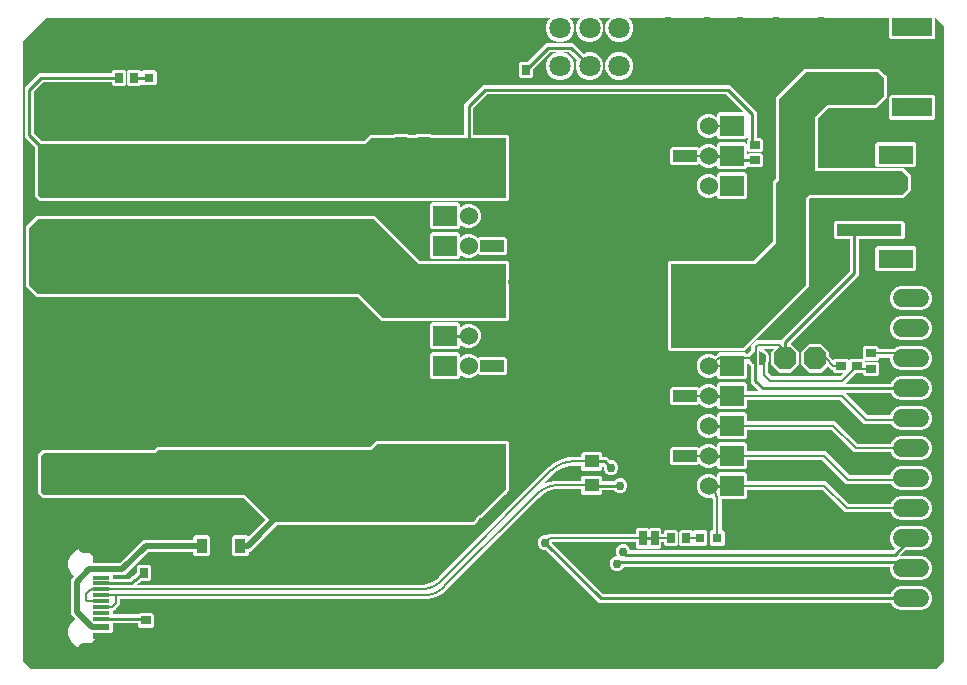
<source format=gbr>
G04 EAGLE Gerber RS-274X export*
G75*
%MOMM*%
%FSLAX34Y34*%
%LPD*%
%INTop Copper*%
%IPPOS*%
%AMOC8*
5,1,8,0,0,1.08239X$1,22.5*%
G01*
%ADD10C,2.184400*%
%ADD11R,2.500000X4.000000*%
%ADD12R,1.000000X1.100000*%
%ADD13R,1.400000X2.200000*%
%ADD14P,2.089446X8X22.500000*%
%ADD15P,2.089446X8X202.500000*%
%ADD16C,1.800000*%
%ADD17R,0.700000X0.850000*%
%ADD18R,0.635000X1.270000*%
%ADD19C,0.254000*%
%ADD20R,0.800000X0.800000*%
%ADD21C,1.524000*%
%ADD22R,2.000000X1.800000*%
%ADD23R,2.000000X1.000000*%
%ADD24C,1.524000*%
%ADD25R,2.330000X1.370000*%
%ADD26R,1.300000X1.100000*%
%ADD27R,1.100000X1.000000*%
%ADD28R,0.850000X0.700000*%
%ADD29R,1.450000X0.300000*%
%ADD30R,1.450000X0.600000*%
%ADD31R,1.450000X0.550000*%
%ADD32C,1.000000*%
%ADD33R,5.500000X1.000000*%
%ADD34R,3.000000X1.600000*%
%ADD35R,4.600000X1.000000*%
%ADD36R,3.400000X1.600000*%
%ADD37R,0.200000X0.500000*%
%ADD38P,2.089446X8X292.500000*%
%ADD39R,0.910000X1.220000*%
%ADD40C,0.200000*%
%ADD41C,0.756400*%
%ADD42C,0.508000*%
%ADD43C,0.152400*%

G36*
X783193Y10157D02*
X783193Y10157D01*
X783195Y10157D01*
X789943Y16905D01*
X789943Y16907D01*
X789944Y16907D01*
X789945Y16909D01*
X789945Y554591D01*
X789943Y554593D01*
X789943Y554595D01*
X783195Y561343D01*
X783193Y561343D01*
X783193Y561344D01*
X783191Y561345D01*
X782570Y561345D01*
X782565Y561340D01*
X782566Y561340D01*
X782565Y561340D01*
X782565Y544380D01*
X781080Y542895D01*
X744980Y542895D01*
X743495Y544380D01*
X743495Y561340D01*
X743490Y561345D01*
X743490Y561344D01*
X743490Y561345D01*
X522250Y561345D01*
X522249Y561344D01*
X522247Y561344D01*
X522247Y561342D01*
X522245Y561340D01*
X522247Y561339D01*
X522247Y561336D01*
X524599Y558984D01*
X526355Y554744D01*
X526355Y550156D01*
X524599Y545916D01*
X521354Y542671D01*
X517115Y540915D01*
X512525Y540915D01*
X508286Y542671D01*
X505041Y545916D01*
X503285Y550155D01*
X503285Y554745D01*
X505041Y558984D01*
X507393Y561336D01*
X507393Y561338D01*
X507395Y561339D01*
X507393Y561341D01*
X507394Y561343D01*
X507391Y561343D01*
X507390Y561345D01*
X497250Y561345D01*
X497249Y561344D01*
X497247Y561344D01*
X497247Y561342D01*
X497245Y561340D01*
X497247Y561339D01*
X497247Y561336D01*
X499599Y558984D01*
X501355Y554744D01*
X501355Y550156D01*
X499599Y545916D01*
X496354Y542671D01*
X492115Y540915D01*
X487525Y540915D01*
X483286Y542671D01*
X480041Y545916D01*
X478285Y550155D01*
X478285Y554745D01*
X480041Y558984D01*
X482393Y561336D01*
X482393Y561338D01*
X482395Y561339D01*
X482393Y561341D01*
X482394Y561343D01*
X482391Y561343D01*
X482390Y561345D01*
X472250Y561345D01*
X472249Y561344D01*
X472247Y561344D01*
X472247Y561342D01*
X472245Y561340D01*
X472247Y561339D01*
X472247Y561336D01*
X474599Y558984D01*
X476355Y554744D01*
X476355Y550156D01*
X474599Y545916D01*
X471354Y542671D01*
X467115Y540915D01*
X462525Y540915D01*
X458286Y542671D01*
X455041Y545916D01*
X453285Y550155D01*
X453285Y554745D01*
X455041Y558984D01*
X457393Y561336D01*
X457393Y561338D01*
X457395Y561339D01*
X457393Y561341D01*
X457394Y561343D01*
X457391Y561343D01*
X457390Y561345D01*
X29609Y561345D01*
X29607Y561343D01*
X29605Y561343D01*
X10157Y541895D01*
X10156Y541893D01*
X10155Y541892D01*
X10155Y541891D01*
X10155Y16909D01*
X10157Y16907D01*
X10157Y16905D01*
X16905Y10157D01*
X16907Y10156D01*
X16909Y10155D01*
X783191Y10155D01*
X783193Y10157D01*
G37*
%LPC*%
G36*
X313857Y304678D02*
X313857Y304678D01*
X293539Y324996D01*
X293536Y324997D01*
X293535Y324998D01*
X21757Y324998D01*
X12578Y334177D01*
X12578Y384643D01*
X20196Y392261D01*
X21757Y393822D01*
X308443Y393822D01*
X346541Y355724D01*
X346544Y355723D01*
X346545Y355722D01*
X420203Y355722D01*
X421762Y354163D01*
X421762Y306237D01*
X420203Y304678D01*
X313857Y304678D01*
G37*
%LPD*%
%LPC*%
G36*
X246800Y406095D02*
X246800Y406095D01*
X246618Y406276D01*
X246616Y406277D01*
X246615Y406278D01*
X24297Y406278D01*
X20198Y410377D01*
X20198Y451939D01*
X20196Y451941D01*
X20196Y451942D01*
X11435Y460704D01*
X11435Y501956D01*
X23824Y514345D01*
X85250Y514345D01*
X85255Y514350D01*
X85254Y514350D01*
X85255Y514350D01*
X85255Y515840D01*
X86740Y517325D01*
X95840Y517325D01*
X97325Y515840D01*
X97325Y505240D01*
X95840Y503755D01*
X86740Y503755D01*
X85255Y505240D01*
X85255Y506730D01*
X85250Y506735D01*
X85250Y506734D01*
X85250Y506735D01*
X26978Y506735D01*
X26976Y506733D01*
X26975Y506733D01*
X19047Y498805D01*
X19047Y498804D01*
X19045Y498803D01*
X19046Y498802D01*
X19045Y498802D01*
X19045Y463858D01*
X19047Y463856D01*
X19047Y463855D01*
X25578Y457324D01*
X25580Y457323D01*
X25581Y457323D01*
X25581Y457322D01*
X298615Y457322D01*
X298617Y457324D01*
X298619Y457324D01*
X303697Y462402D01*
X323465Y462402D01*
X323467Y462404D01*
X323468Y462404D01*
X324150Y463085D01*
X336250Y463085D01*
X336932Y462404D01*
X336934Y462403D01*
X336935Y462402D01*
X342515Y462402D01*
X342517Y462404D01*
X342518Y462404D01*
X343200Y463085D01*
X355300Y463085D01*
X355982Y462404D01*
X355984Y462403D01*
X355985Y462402D01*
X383540Y462402D01*
X383545Y462407D01*
X383544Y462407D01*
X383545Y462407D01*
X383545Y487986D01*
X399744Y504185D01*
X608636Y504185D01*
X631185Y481636D01*
X631185Y459580D01*
X631190Y459575D01*
X631190Y459576D01*
X631190Y459575D01*
X635220Y459575D01*
X636705Y458090D01*
X636705Y448990D01*
X635220Y447505D01*
X624620Y447505D01*
X623135Y448990D01*
X623135Y458090D01*
X623573Y458529D01*
X623574Y458531D01*
X623575Y458532D01*
X623575Y478482D01*
X623573Y478484D01*
X623573Y478485D01*
X623094Y478965D01*
X623092Y478965D01*
X623091Y478966D01*
X623089Y478965D01*
X623087Y478965D01*
X623087Y478963D01*
X623085Y478961D01*
X623085Y459850D01*
X621600Y458365D01*
X599500Y458365D01*
X598015Y459850D01*
X598015Y462991D01*
X598014Y462992D01*
X598014Y462994D01*
X598012Y462994D01*
X598010Y462996D01*
X598009Y462995D01*
X598006Y462995D01*
X596302Y461291D01*
X592570Y459745D01*
X588530Y459745D01*
X584798Y461291D01*
X581941Y464148D01*
X580395Y467880D01*
X580395Y471920D01*
X581941Y475652D01*
X584798Y478509D01*
X588530Y480055D01*
X592570Y480055D01*
X596302Y478509D01*
X598006Y476805D01*
X598008Y476805D01*
X598009Y476804D01*
X598011Y476805D01*
X598013Y476805D01*
X598013Y476807D01*
X598015Y476809D01*
X598015Y479950D01*
X599500Y481435D01*
X620611Y481435D01*
X620613Y481436D01*
X620615Y481436D01*
X620615Y481438D01*
X620616Y481440D01*
X620615Y481441D01*
X620615Y481444D01*
X605485Y496573D01*
X605483Y496574D01*
X605482Y496575D01*
X402898Y496575D01*
X402896Y496573D01*
X402895Y496573D01*
X391157Y484835D01*
X391156Y484833D01*
X391155Y484832D01*
X391155Y462407D01*
X391160Y462402D01*
X391160Y462403D01*
X391160Y462402D01*
X420203Y462402D01*
X421762Y460843D01*
X421762Y407837D01*
X420203Y406278D01*
X274085Y406278D01*
X274083Y406276D01*
X274082Y406276D01*
X273900Y406095D01*
X246800Y406095D01*
G37*
%LPD*%
G36*
X419102Y307215D02*
X419102Y307215D01*
X419104Y307214D01*
X419147Y307234D01*
X419191Y307252D01*
X419191Y307254D01*
X419193Y307255D01*
X419226Y307340D01*
X419226Y335217D01*
X419225Y335220D01*
X419226Y335223D01*
X419189Y335306D01*
X418873Y335622D01*
X418873Y340018D01*
X419189Y340334D01*
X419191Y340337D01*
X419193Y340338D01*
X419226Y340423D01*
X419226Y353060D01*
X419225Y353062D01*
X419226Y353064D01*
X419206Y353107D01*
X419188Y353151D01*
X419186Y353151D01*
X419185Y353153D01*
X419100Y353186D01*
X345492Y353186D01*
X307429Y391249D01*
X307426Y391251D01*
X307425Y391253D01*
X307340Y391286D01*
X22860Y391286D01*
X22857Y391285D01*
X22854Y391286D01*
X22771Y391249D01*
X15151Y383629D01*
X15150Y383626D01*
X15147Y383625D01*
X15114Y383540D01*
X15114Y335280D01*
X15115Y335277D01*
X15114Y335274D01*
X15151Y335191D01*
X22771Y327571D01*
X22774Y327570D01*
X22775Y327567D01*
X22860Y327534D01*
X294588Y327534D01*
X314871Y307251D01*
X314874Y307250D01*
X314875Y307247D01*
X314960Y307214D01*
X419100Y307214D01*
X419102Y307215D01*
G37*
%LPC*%
G36*
X188575Y105665D02*
X188575Y105665D01*
X187090Y107150D01*
X187090Y121450D01*
X188575Y122935D01*
X199775Y122935D01*
X200943Y121767D01*
X200950Y121767D01*
X215505Y136323D01*
X215505Y136325D01*
X215506Y136326D01*
X215506Y136327D01*
X215506Y136329D01*
X215505Y136329D01*
X215505Y136330D01*
X197019Y154816D01*
X197016Y154817D01*
X197015Y154818D01*
X26837Y154818D01*
X22738Y158917D01*
X22738Y191603D01*
X25276Y194141D01*
X26837Y195702D01*
X120815Y195702D01*
X120817Y195704D01*
X120819Y195704D01*
X123357Y198242D01*
X303695Y198242D01*
X303697Y198244D01*
X303699Y198244D01*
X308777Y203322D01*
X420203Y203322D01*
X421762Y201763D01*
X421762Y161457D01*
X419887Y159582D01*
X419886Y159579D01*
X419885Y159578D01*
X419885Y159050D01*
X418400Y157565D01*
X417872Y157565D01*
X417870Y157563D01*
X417868Y157563D01*
X392263Y131958D01*
X225497Y131958D01*
X225495Y131956D01*
X225494Y131956D01*
X202762Y109225D01*
X201265Y109225D01*
X201260Y109220D01*
X201261Y109220D01*
X201260Y109220D01*
X201260Y107150D01*
X199775Y105665D01*
X188575Y105665D01*
G37*
%LPD*%
G36*
X391163Y134495D02*
X391163Y134495D01*
X391166Y134494D01*
X391249Y134531D01*
X393436Y136718D01*
X393438Y136721D01*
X393440Y136722D01*
X393473Y136807D01*
X393473Y136818D01*
X396582Y139927D01*
X396593Y139927D01*
X396596Y139928D01*
X396599Y139927D01*
X396682Y139964D01*
X419189Y162471D01*
X419191Y162474D01*
X419193Y162475D01*
X419226Y162560D01*
X419226Y200660D01*
X419225Y200662D01*
X419226Y200664D01*
X419206Y200707D01*
X419188Y200751D01*
X419186Y200751D01*
X419185Y200753D01*
X419100Y200786D01*
X309880Y200786D01*
X309877Y200785D01*
X309874Y200786D01*
X309791Y200749D01*
X304748Y195706D01*
X124460Y195706D01*
X124457Y195705D01*
X124454Y195706D01*
X124371Y195669D01*
X121868Y193166D01*
X27940Y193166D01*
X27937Y193165D01*
X27934Y193166D01*
X27851Y193129D01*
X25311Y190589D01*
X25310Y190586D01*
X25307Y190585D01*
X25274Y190500D01*
X25274Y160020D01*
X25275Y160017D01*
X25274Y160014D01*
X25311Y159931D01*
X27851Y157391D01*
X27854Y157390D01*
X27855Y157387D01*
X27940Y157354D01*
X198068Y157354D01*
X220891Y134531D01*
X220894Y134530D01*
X220895Y134527D01*
X220980Y134494D01*
X391160Y134494D01*
X391163Y134495D01*
G37*
G36*
X419102Y408815D02*
X419102Y408815D01*
X419104Y408814D01*
X419147Y408834D01*
X419191Y408852D01*
X419191Y408854D01*
X419193Y408855D01*
X419226Y408940D01*
X419226Y459740D01*
X419225Y459742D01*
X419226Y459744D01*
X419206Y459787D01*
X419188Y459831D01*
X419186Y459831D01*
X419185Y459833D01*
X419100Y459866D01*
X304800Y459866D01*
X304797Y459865D01*
X304794Y459866D01*
X304711Y459829D01*
X299668Y454786D01*
X25400Y454786D01*
X25397Y454785D01*
X25394Y454786D01*
X25311Y454749D01*
X22771Y452209D01*
X22770Y452206D01*
X22767Y452205D01*
X22734Y452120D01*
X22734Y411480D01*
X22735Y411477D01*
X22734Y411474D01*
X22771Y411391D01*
X25311Y408851D01*
X25314Y408850D01*
X25315Y408847D01*
X25400Y408814D01*
X419100Y408814D01*
X419102Y408815D01*
G37*
%LPC*%
G36*
X557697Y279278D02*
X557697Y279278D01*
X556138Y280837D01*
X556138Y354163D01*
X557697Y355722D01*
X628815Y355722D01*
X628817Y355724D01*
X628819Y355724D01*
X645036Y371941D01*
X645036Y371943D01*
X645038Y371944D01*
X645037Y371944D01*
X645038Y371945D01*
X645038Y380699D01*
X645249Y380911D01*
X645251Y380914D01*
X645253Y380915D01*
X645286Y381000D01*
X645286Y422991D01*
X647576Y425281D01*
X647576Y425283D01*
X647577Y425284D01*
X647578Y425285D01*
X647578Y493863D01*
X671997Y518282D01*
X735163Y518282D01*
X740241Y513204D01*
X741802Y511643D01*
X741802Y494197D01*
X732623Y485018D01*
X691985Y485018D01*
X691983Y485016D01*
X691981Y485016D01*
X683384Y476419D01*
X683383Y476416D01*
X683382Y476415D01*
X683382Y434467D01*
X683387Y434462D01*
X683387Y434463D01*
X683387Y434462D01*
X755483Y434462D01*
X762122Y427823D01*
X762122Y415457D01*
X755483Y408818D01*
X676745Y408818D01*
X676743Y408816D01*
X676741Y408816D01*
X675764Y407839D01*
X675763Y407836D01*
X675762Y407835D01*
X675762Y334177D01*
X620863Y279278D01*
X557697Y279278D01*
G37*
%LPD*%
G36*
X619763Y281815D02*
X619763Y281815D01*
X619766Y281814D01*
X619849Y281851D01*
X673189Y335191D01*
X673191Y335194D01*
X673193Y335195D01*
X673226Y335280D01*
X673226Y408888D01*
X675692Y411354D01*
X754380Y411354D01*
X754383Y411355D01*
X754386Y411354D01*
X754469Y411391D01*
X759549Y416471D01*
X759551Y416474D01*
X759553Y416475D01*
X759586Y416560D01*
X759586Y426720D01*
X759585Y426723D01*
X759586Y426726D01*
X759549Y426809D01*
X754469Y431889D01*
X754467Y431890D01*
X754466Y431892D01*
X754465Y431893D01*
X754380Y431926D01*
X680846Y431926D01*
X680846Y477468D01*
X690932Y487554D01*
X731520Y487554D01*
X731523Y487555D01*
X731526Y487554D01*
X731609Y487591D01*
X739229Y495211D01*
X739231Y495214D01*
X739233Y495215D01*
X739266Y495300D01*
X739266Y510540D01*
X739265Y510543D01*
X739266Y510546D01*
X739229Y510629D01*
X734149Y515709D01*
X734146Y515711D01*
X734145Y515713D01*
X734060Y515746D01*
X673100Y515746D01*
X673097Y515745D01*
X673094Y515746D01*
X673011Y515709D01*
X650151Y492849D01*
X650150Y492846D01*
X650147Y492845D01*
X650114Y492760D01*
X650114Y424232D01*
X647611Y421729D01*
X647610Y421726D01*
X647607Y421725D01*
X647574Y421640D01*
X647574Y370892D01*
X629868Y353186D01*
X558800Y353186D01*
X558798Y353185D01*
X558796Y353186D01*
X558753Y353166D01*
X558709Y353148D01*
X558709Y353146D01*
X558707Y353145D01*
X558674Y353060D01*
X558674Y281940D01*
X558675Y281938D01*
X558674Y281936D01*
X558694Y281893D01*
X558712Y281849D01*
X558714Y281849D01*
X558715Y281847D01*
X558800Y281814D01*
X619760Y281814D01*
X619763Y281815D01*
G37*
%LPC*%
G36*
X59083Y27545D02*
X59083Y27545D01*
X54157Y29586D01*
X50386Y33357D01*
X48345Y38283D01*
X48345Y43617D01*
X50386Y48543D01*
X54157Y52314D01*
X54610Y52502D01*
X54611Y52503D01*
X54612Y52503D01*
X54612Y52505D01*
X54613Y52508D01*
X54612Y52509D01*
X54612Y52511D01*
X50805Y56318D01*
X50805Y85922D01*
X53209Y88326D01*
X53209Y88328D01*
X53209Y88333D01*
X50386Y91157D01*
X48345Y96083D01*
X48345Y101417D01*
X50386Y106343D01*
X54157Y110114D01*
X59084Y112155D01*
X64416Y112155D01*
X69343Y110114D01*
X73114Y106343D01*
X75155Y101416D01*
X75155Y99640D01*
X75160Y99635D01*
X75160Y99636D01*
X75160Y99635D01*
X84500Y99635D01*
X84709Y99427D01*
X84711Y99426D01*
X84712Y99425D01*
X92246Y99425D01*
X92247Y99427D01*
X92249Y99427D01*
X112198Y119375D01*
X154335Y119375D01*
X154340Y119380D01*
X154339Y119380D01*
X154340Y119380D01*
X154340Y121450D01*
X155825Y122935D01*
X167025Y122935D01*
X168510Y121450D01*
X168510Y107150D01*
X167025Y105665D01*
X155825Y105665D01*
X154340Y107150D01*
X154340Y109220D01*
X154335Y109225D01*
X154335Y109224D01*
X154335Y109225D01*
X116404Y109225D01*
X116403Y109223D01*
X116401Y109223D01*
X96452Y89275D01*
X85990Y89275D01*
X85985Y89270D01*
X85986Y89270D01*
X85985Y89270D01*
X85985Y86160D01*
X85990Y86155D01*
X85990Y86156D01*
X85990Y86155D01*
X100210Y86155D01*
X100212Y86157D01*
X100214Y86156D01*
X106843Y91475D01*
X106843Y91477D01*
X106845Y91478D01*
X106844Y91478D01*
X106845Y91479D01*
X106845Y96740D01*
X108330Y98225D01*
X117430Y98225D01*
X118915Y96740D01*
X118915Y86140D01*
X117430Y84655D01*
X110505Y84655D01*
X110504Y84653D01*
X110502Y84654D01*
X105816Y80894D01*
X105816Y80892D01*
X105814Y80891D01*
X105815Y80890D01*
X105815Y80888D01*
X105817Y80887D01*
X105819Y80885D01*
X346229Y80885D01*
X349083Y81072D01*
X349083Y81073D01*
X349084Y81072D01*
X354596Y82549D01*
X354596Y82550D01*
X354597Y82550D01*
X359539Y85403D01*
X359539Y85404D01*
X359540Y85404D01*
X361689Y87289D01*
X361690Y87289D01*
X362596Y88196D01*
X454071Y179670D01*
X455074Y180674D01*
X457768Y183367D01*
X464366Y187177D01*
X471725Y189149D01*
X482587Y189149D01*
X482592Y189153D01*
X482592Y189154D01*
X482592Y192164D01*
X484077Y193649D01*
X499177Y193649D01*
X500662Y192164D01*
X500662Y189424D01*
X500667Y189419D01*
X504303Y189419D01*
X507063Y186659D01*
X507065Y186658D01*
X507066Y186657D01*
X509257Y186657D01*
X511578Y185695D01*
X513355Y183918D01*
X514317Y181597D01*
X514317Y179083D01*
X513355Y176762D01*
X511578Y174985D01*
X509257Y174023D01*
X506743Y174023D01*
X504422Y174985D01*
X502645Y176762D01*
X501683Y179083D01*
X501683Y181274D01*
X501681Y181276D01*
X501681Y181277D01*
X501152Y181807D01*
X501149Y181807D01*
X501148Y181808D01*
X500667Y181808D01*
X500662Y181804D01*
X500663Y181804D01*
X500662Y181803D01*
X500662Y179063D01*
X499177Y177578D01*
X484077Y177578D01*
X482592Y179063D01*
X482592Y182073D01*
X482588Y182078D01*
X482587Y182078D01*
X475534Y182078D01*
X475468Y182074D01*
X475392Y182069D01*
X475316Y182064D01*
X475240Y182059D01*
X475165Y182054D01*
X475164Y182054D01*
X475089Y182049D01*
X475013Y182044D01*
X474937Y182039D01*
X474861Y182034D01*
X474786Y182029D01*
X474785Y182029D01*
X474710Y182024D01*
X474634Y182019D01*
X474558Y182014D01*
X474482Y182009D01*
X474407Y182004D01*
X474406Y182004D01*
X474331Y181999D01*
X474255Y181994D01*
X474179Y181989D01*
X474103Y181985D01*
X474027Y181980D01*
X473952Y181975D01*
X473951Y181975D01*
X473876Y181970D01*
X473800Y181965D01*
X473724Y181960D01*
X473648Y181955D01*
X473573Y181950D01*
X473572Y181950D01*
X473497Y181945D01*
X473421Y181940D01*
X473345Y181935D01*
X473269Y181930D01*
X473194Y181925D01*
X473193Y181925D01*
X473118Y181920D01*
X473042Y181915D01*
X472966Y181910D01*
X472890Y181905D01*
X472814Y181900D01*
X472739Y181895D01*
X472738Y181895D01*
X472681Y181891D01*
X472680Y181891D01*
X467168Y180414D01*
X467167Y180413D01*
X467167Y180414D01*
X462225Y177560D01*
X462224Y177560D01*
X460074Y175674D01*
X459070Y174671D01*
X451043Y166644D01*
X451043Y166642D01*
X451043Y166641D01*
X451042Y166638D01*
X451043Y166638D01*
X451043Y166637D01*
X451046Y166637D01*
X451047Y166637D01*
X451048Y166636D01*
X451049Y166636D01*
X451986Y167177D01*
X459345Y169149D01*
X482587Y169149D01*
X482592Y169153D01*
X482592Y169154D01*
X482592Y172164D01*
X484077Y173649D01*
X499177Y173649D01*
X500662Y172164D01*
X500662Y168910D01*
X500667Y168905D01*
X500667Y168906D01*
X500667Y168905D01*
X510489Y168905D01*
X510491Y168907D01*
X510493Y168907D01*
X512042Y170455D01*
X514363Y171417D01*
X516877Y171417D01*
X519198Y170455D01*
X520975Y168678D01*
X521937Y166357D01*
X521937Y163843D01*
X520975Y161522D01*
X519198Y159745D01*
X516877Y158783D01*
X514363Y158783D01*
X512042Y159745D01*
X510493Y161293D01*
X510490Y161294D01*
X510489Y161295D01*
X500667Y161295D01*
X500662Y161290D01*
X500663Y161290D01*
X500662Y161290D01*
X500662Y159063D01*
X499177Y157578D01*
X484077Y157578D01*
X482592Y159063D01*
X482592Y162073D01*
X482588Y162078D01*
X482587Y162078D01*
X463155Y162078D01*
X463154Y162078D01*
X463100Y162075D01*
X463024Y162070D01*
X462948Y162065D01*
X462872Y162060D01*
X462797Y162055D01*
X462796Y162055D01*
X462721Y162050D01*
X462645Y162045D01*
X462569Y162040D01*
X462493Y162035D01*
X462418Y162030D01*
X462417Y162030D01*
X462342Y162025D01*
X462266Y162020D01*
X462190Y162015D01*
X462114Y162010D01*
X462038Y162005D01*
X461963Y162000D01*
X461962Y162000D01*
X461887Y161995D01*
X461811Y161990D01*
X461735Y161985D01*
X461659Y161980D01*
X461584Y161975D01*
X461583Y161975D01*
X461508Y161970D01*
X461432Y161965D01*
X461356Y161960D01*
X461280Y161955D01*
X461205Y161951D01*
X461204Y161951D01*
X461129Y161946D01*
X461053Y161941D01*
X460977Y161936D01*
X460901Y161931D01*
X460825Y161926D01*
X460750Y161921D01*
X460749Y161921D01*
X460674Y161916D01*
X460598Y161911D01*
X460522Y161906D01*
X460446Y161901D01*
X460371Y161896D01*
X460370Y161896D01*
X460301Y161891D01*
X460300Y161891D01*
X454788Y160414D01*
X454787Y160413D01*
X454787Y160414D01*
X449845Y157560D01*
X449844Y157560D01*
X447694Y155674D01*
X446687Y154668D01*
X370346Y78327D01*
X369309Y77290D01*
X366616Y74596D01*
X360018Y70787D01*
X352658Y68815D01*
X92440Y68815D01*
X92435Y68810D01*
X92436Y68810D01*
X92435Y68810D01*
X92435Y64576D01*
X90363Y62503D01*
X89881Y62022D01*
X88860Y61000D01*
X87891Y60032D01*
X87823Y59963D01*
X87810Y59951D01*
X85988Y59196D01*
X85987Y59193D01*
X85986Y59192D01*
X85985Y59191D01*
X85985Y56160D01*
X85990Y56155D01*
X85990Y56156D01*
X85990Y56155D01*
X108168Y56155D01*
X108170Y56157D01*
X108171Y56157D01*
X109000Y56985D01*
X119600Y56985D01*
X121085Y55500D01*
X121085Y46400D01*
X119600Y44915D01*
X109000Y44915D01*
X107515Y46400D01*
X107515Y48540D01*
X107510Y48545D01*
X107510Y48544D01*
X107510Y48545D01*
X85990Y48545D01*
X85985Y48540D01*
X85986Y48540D01*
X85985Y48540D01*
X85985Y41550D01*
X84500Y40065D01*
X75160Y40065D01*
X75155Y40060D01*
X75156Y40060D01*
X75155Y40060D01*
X75155Y38284D01*
X73114Y33357D01*
X69343Y29586D01*
X64417Y27545D01*
X59083Y27545D01*
G37*
%LPD*%
%LPC*%
G36*
X752360Y212095D02*
X752360Y212095D01*
X748628Y213641D01*
X745771Y216498D01*
X745380Y217442D01*
X745376Y217443D01*
X745375Y217445D01*
X722436Y217445D01*
X702117Y237763D01*
X702115Y237763D01*
X702115Y237764D01*
X702114Y237765D01*
X623090Y237765D01*
X623085Y237760D01*
X623086Y237760D01*
X623085Y237760D01*
X623085Y231250D01*
X621600Y229765D01*
X599500Y229765D01*
X598015Y231250D01*
X598015Y234391D01*
X598014Y234392D01*
X598014Y234394D01*
X598012Y234394D01*
X598010Y234396D01*
X598009Y234395D01*
X598008Y234395D01*
X598006Y234395D01*
X596302Y232691D01*
X592570Y231145D01*
X588530Y231145D01*
X584798Y232691D01*
X582665Y234823D01*
X582659Y234823D01*
X582658Y234823D01*
X581600Y233765D01*
X559500Y233765D01*
X558015Y235250D01*
X558015Y247350D01*
X559500Y248835D01*
X581600Y248835D01*
X582658Y247777D01*
X582661Y247777D01*
X582662Y247776D01*
X582663Y247777D01*
X582665Y247777D01*
X584798Y249909D01*
X588530Y251455D01*
X592570Y251455D01*
X596302Y249909D01*
X598006Y248205D01*
X598008Y248205D01*
X598009Y248204D01*
X598011Y248205D01*
X598013Y248205D01*
X598013Y248207D01*
X598015Y248209D01*
X598015Y251350D01*
X599500Y252835D01*
X621600Y252835D01*
X623085Y251350D01*
X623085Y244840D01*
X623090Y244835D01*
X623090Y244836D01*
X623090Y244835D01*
X633691Y244835D01*
X633693Y244836D01*
X633695Y244836D01*
X633695Y244838D01*
X633696Y244840D01*
X633695Y244841D01*
X633695Y244844D01*
X628345Y250193D01*
X626115Y252424D01*
X626115Y266602D01*
X626113Y266604D01*
X626112Y266606D01*
X625566Y266949D01*
X625547Y267033D01*
X625544Y267035D01*
X625543Y267037D01*
X625459Y267056D01*
X625021Y267754D01*
X625020Y267754D01*
X624437Y268337D01*
X624437Y268423D01*
X624435Y268425D01*
X624435Y268427D01*
X624358Y268464D01*
X624085Y269242D01*
X624085Y269243D01*
X623916Y269512D01*
X623913Y269513D01*
X623912Y269515D01*
X623090Y269515D01*
X623085Y269510D01*
X623086Y269510D01*
X623085Y269510D01*
X623085Y256650D01*
X621600Y255165D01*
X599500Y255165D01*
X598015Y256650D01*
X598015Y259791D01*
X598014Y259792D01*
X598014Y259794D01*
X598012Y259794D01*
X598010Y259796D01*
X598009Y259795D01*
X598008Y259795D01*
X598006Y259795D01*
X596302Y258091D01*
X592570Y256545D01*
X588530Y256545D01*
X584798Y258091D01*
X581941Y260948D01*
X580395Y264680D01*
X580395Y268720D01*
X581941Y272452D01*
X584798Y275309D01*
X588530Y276855D01*
X592570Y276855D01*
X596302Y275309D01*
X596483Y275129D01*
X596485Y275129D01*
X596486Y275129D01*
X596488Y275129D01*
X596489Y275128D01*
X597417Y275773D01*
X597418Y275774D01*
X598013Y276369D01*
X598014Y276371D01*
X598015Y276372D01*
X598015Y276750D01*
X599500Y278235D01*
X621600Y278235D01*
X623085Y276750D01*
X623085Y276590D01*
X623090Y276585D01*
X623090Y276586D01*
X623090Y276585D01*
X623912Y276585D01*
X623914Y276587D01*
X623916Y276588D01*
X624085Y276857D01*
X624085Y276858D01*
X624358Y277636D01*
X624435Y277673D01*
X624436Y277676D01*
X624437Y277677D01*
X624437Y277763D01*
X625020Y278346D01*
X625021Y278346D01*
X625459Y279044D01*
X625543Y279063D01*
X625545Y279066D01*
X625547Y279067D01*
X625566Y279151D01*
X626264Y279589D01*
X626264Y279590D01*
X626823Y280149D01*
X626823Y280150D01*
X626825Y280151D01*
X626824Y280152D01*
X626825Y280152D01*
X626825Y283844D01*
X630996Y288015D01*
X651510Y288015D01*
X651515Y288020D01*
X651514Y288020D01*
X651515Y288020D01*
X651515Y288596D01*
X709933Y347015D01*
X709934Y347017D01*
X709935Y347018D01*
X709935Y373780D01*
X709930Y373785D01*
X709930Y373784D01*
X709930Y373785D01*
X697890Y373785D01*
X696405Y375270D01*
X696405Y387370D01*
X697890Y388855D01*
X754990Y388855D01*
X756475Y387370D01*
X756475Y375270D01*
X754990Y373785D01*
X717550Y373785D01*
X717545Y373780D01*
X717546Y373780D01*
X717545Y373780D01*
X717545Y343864D01*
X659127Y285445D01*
X659126Y285443D01*
X659125Y285442D01*
X659125Y285242D01*
X659130Y285237D01*
X659130Y285238D01*
X659130Y285237D01*
X660368Y285237D01*
X667507Y278098D01*
X667507Y268002D01*
X660368Y260863D01*
X650272Y260863D01*
X643133Y268002D01*
X643133Y278098D01*
X645971Y280936D01*
X645971Y280938D01*
X645972Y280939D01*
X645971Y280941D01*
X645971Y280943D01*
X645969Y280943D01*
X645968Y280945D01*
X636434Y280945D01*
X636432Y280943D01*
X636430Y280943D01*
X636430Y280942D01*
X636429Y280940D01*
X636431Y280938D01*
X636431Y280935D01*
X636902Y280675D01*
X636903Y280676D01*
X636903Y280675D01*
X637666Y280441D01*
X637667Y280441D01*
X637668Y280441D01*
X637685Y280442D01*
X637697Y280432D01*
X637698Y280432D01*
X637699Y280431D01*
X637714Y280426D01*
X637722Y280411D01*
X637723Y280411D01*
X637723Y280410D01*
X638328Y279888D01*
X638328Y279887D01*
X639027Y279501D01*
X639028Y279501D01*
X639029Y279501D01*
X639046Y279498D01*
X639055Y279486D01*
X639057Y279486D01*
X639057Y279485D01*
X639071Y279477D01*
X639075Y279460D01*
X639076Y279460D01*
X639076Y279459D01*
X639560Y278824D01*
X639561Y278824D01*
X639561Y278823D01*
X640165Y278302D01*
X640167Y278302D01*
X640167Y278301D01*
X640183Y278295D01*
X640190Y278281D01*
X640191Y278280D01*
X640191Y278279D01*
X640203Y278269D01*
X640204Y278252D01*
X640205Y278251D01*
X640205Y278250D01*
X640548Y277529D01*
X640549Y277529D01*
X640548Y277528D01*
X641033Y276893D01*
X641034Y276893D01*
X641034Y276892D01*
X641049Y276883D01*
X641052Y276868D01*
X641054Y276867D01*
X641053Y276866D01*
X641063Y276854D01*
X641061Y276844D01*
X641061Y276843D01*
X641060Y276837D01*
X641061Y276836D01*
X641061Y276835D01*
X641248Y276059D01*
X641249Y276058D01*
X641248Y276058D01*
X641592Y275337D01*
X641593Y275336D01*
X641593Y275335D01*
X641605Y275323D01*
X641606Y275308D01*
X641607Y275307D01*
X641606Y275306D01*
X641613Y275292D01*
X641607Y275276D01*
X641608Y275275D01*
X641607Y275274D01*
X641631Y274476D01*
X641631Y274475D01*
X641830Y273650D01*
X641686Y273414D01*
X641686Y273412D01*
X641685Y273412D01*
X641673Y273048D01*
X641674Y273048D01*
X641673Y273048D01*
X641688Y272561D01*
X641689Y272560D01*
X641689Y272559D01*
X641834Y272311D01*
X641625Y271514D01*
X641626Y271513D01*
X641625Y271513D01*
X641599Y270689D01*
X641536Y270630D01*
X641536Y270628D01*
X641536Y270627D01*
X641536Y270626D01*
X641535Y270625D01*
X641561Y270542D01*
X641180Y269811D01*
X641180Y269810D01*
X641075Y269412D01*
X641076Y269411D01*
X641075Y269411D01*
X641075Y260546D01*
X641077Y260545D01*
X641077Y260543D01*
X644083Y257537D01*
X644085Y257536D01*
X644086Y257535D01*
X702114Y257535D01*
X702115Y257537D01*
X702117Y257537D01*
X705087Y260506D01*
X705087Y260508D01*
X705088Y260509D01*
X705087Y260511D01*
X705087Y260513D01*
X705085Y260513D01*
X705083Y260515D01*
X697010Y260515D01*
X695525Y262000D01*
X695525Y263010D01*
X695520Y263015D01*
X695520Y263014D01*
X695520Y263015D01*
X694646Y263015D01*
X691286Y266374D01*
X691280Y266375D01*
X691280Y266374D01*
X691279Y266374D01*
X685768Y260863D01*
X675672Y260863D01*
X668533Y268002D01*
X668533Y278098D01*
X675672Y285237D01*
X685768Y285237D01*
X692907Y278098D01*
X692907Y274754D01*
X692909Y274753D01*
X692909Y274751D01*
X696039Y271621D01*
X696041Y271621D01*
X696045Y271620D01*
X696045Y271621D01*
X696046Y271621D01*
X697010Y272585D01*
X707610Y272585D01*
X709095Y271100D01*
X709095Y264527D01*
X709096Y264525D01*
X709096Y264524D01*
X709098Y264524D01*
X709100Y264522D01*
X709101Y264523D01*
X709104Y264523D01*
X709493Y264913D01*
X709494Y264915D01*
X709495Y264916D01*
X709495Y271100D01*
X710980Y272585D01*
X720920Y272585D01*
X720925Y272590D01*
X720924Y272590D01*
X720925Y272590D01*
X720925Y281560D01*
X722410Y283045D01*
X733010Y283045D01*
X734495Y281560D01*
X734495Y280550D01*
X734500Y280545D01*
X734500Y280546D01*
X734500Y280545D01*
X747512Y280545D01*
X747513Y280547D01*
X747515Y280547D01*
X748628Y281659D01*
X752360Y283205D01*
X771640Y283205D01*
X775372Y281659D01*
X778229Y278802D01*
X779775Y275070D01*
X779775Y271030D01*
X778229Y267298D01*
X775372Y264441D01*
X771640Y262895D01*
X752360Y262895D01*
X748628Y264441D01*
X745771Y267298D01*
X744225Y271030D01*
X744225Y273470D01*
X744220Y273475D01*
X744220Y273474D01*
X744220Y273475D01*
X734500Y273475D01*
X734495Y273470D01*
X734496Y273470D01*
X734495Y273470D01*
X734495Y272460D01*
X733010Y270975D01*
X723070Y270975D01*
X723065Y270970D01*
X723066Y270970D01*
X723065Y270970D01*
X723065Y270050D01*
X723070Y270045D01*
X723070Y270046D01*
X723070Y270045D01*
X733010Y270045D01*
X734495Y268560D01*
X734495Y259460D01*
X733010Y257975D01*
X722410Y257975D01*
X720925Y259460D01*
X720925Y260470D01*
X720920Y260475D01*
X720920Y260474D01*
X720920Y260475D01*
X717356Y260475D01*
X717317Y260513D01*
X717315Y260514D01*
X717314Y260515D01*
X715096Y260515D01*
X715095Y260513D01*
X715093Y260513D01*
X706043Y251464D01*
X706043Y251462D01*
X706042Y251461D01*
X706043Y251459D01*
X706043Y251457D01*
X706045Y251457D01*
X706047Y251455D01*
X744961Y251455D01*
X744964Y251458D01*
X744966Y251458D01*
X745771Y253402D01*
X748628Y256259D01*
X752360Y257805D01*
X771640Y257805D01*
X775372Y256259D01*
X778229Y253402D01*
X779775Y249670D01*
X779775Y245630D01*
X778229Y241898D01*
X775372Y239041D01*
X771640Y237495D01*
X752360Y237495D01*
X748628Y239041D01*
X745771Y241898D01*
X744966Y243842D01*
X744962Y243843D01*
X744961Y243845D01*
X706047Y243845D01*
X706045Y243844D01*
X706044Y243844D01*
X706044Y243842D01*
X706042Y243840D01*
X706043Y243839D01*
X706043Y243836D01*
X725363Y224517D01*
X725365Y224516D01*
X725366Y224515D01*
X744323Y224515D01*
X744326Y224518D01*
X744328Y224518D01*
X745771Y228002D01*
X748628Y230859D01*
X752360Y232405D01*
X771640Y232405D01*
X775372Y230859D01*
X778229Y228002D01*
X779775Y224270D01*
X779775Y220230D01*
X778229Y216498D01*
X775372Y213641D01*
X771640Y212095D01*
X752360Y212095D01*
G37*
%LPD*%
%LPC*%
G36*
X752360Y85095D02*
X752360Y85095D01*
X748628Y86641D01*
X745771Y89498D01*
X744225Y93230D01*
X744225Y96520D01*
X744220Y96525D01*
X744220Y96524D01*
X744220Y96525D01*
X518871Y96525D01*
X518868Y96522D01*
X518866Y96522D01*
X518435Y95482D01*
X516658Y93705D01*
X514337Y92743D01*
X511823Y92743D01*
X509502Y93705D01*
X507725Y95482D01*
X506763Y97803D01*
X506763Y100317D01*
X507725Y102638D01*
X509502Y104415D01*
X511823Y105377D01*
X513057Y105377D01*
X513058Y105378D01*
X513060Y105378D01*
X513060Y105380D01*
X513062Y105382D01*
X513060Y105383D01*
X513060Y105386D01*
X512805Y105642D01*
X511843Y107963D01*
X511843Y110477D01*
X512805Y112798D01*
X514582Y114575D01*
X516903Y115537D01*
X519417Y115537D01*
X521738Y114575D01*
X523515Y112798D01*
X524472Y110488D01*
X524476Y110487D01*
X524477Y110485D01*
X746452Y110485D01*
X746454Y110487D01*
X746455Y110487D01*
X748315Y112346D01*
X748315Y112353D01*
X745771Y114898D01*
X744225Y118630D01*
X744225Y122670D01*
X745771Y126402D01*
X748628Y129259D01*
X752360Y130805D01*
X771640Y130805D01*
X775372Y129259D01*
X778229Y126402D01*
X779775Y122670D01*
X779775Y118630D01*
X778229Y114898D01*
X775372Y112041D01*
X771640Y110495D01*
X757228Y110495D01*
X757226Y110493D01*
X757225Y110493D01*
X751996Y105265D01*
X751996Y105263D01*
X751995Y105263D01*
X751996Y105262D01*
X751995Y105260D01*
X751996Y105260D01*
X751996Y105258D01*
X751999Y105258D01*
X752000Y105258D01*
X752000Y105257D01*
X752001Y105257D01*
X752002Y105257D01*
X752360Y105405D01*
X771640Y105405D01*
X775372Y103859D01*
X778229Y101002D01*
X779775Y97270D01*
X779775Y93230D01*
X778229Y89498D01*
X775372Y86641D01*
X771640Y85095D01*
X752360Y85095D01*
G37*
%LPD*%
%LPC*%
G36*
X752360Y59695D02*
X752360Y59695D01*
X748628Y61241D01*
X745771Y64098D01*
X744966Y66042D01*
X744962Y66043D01*
X744961Y66045D01*
X497534Y66045D01*
X453057Y110521D01*
X453055Y110522D01*
X453054Y110523D01*
X450863Y110523D01*
X448542Y111485D01*
X446765Y113262D01*
X445803Y115583D01*
X445803Y118097D01*
X446765Y120418D01*
X448542Y122195D01*
X450863Y123157D01*
X453377Y123157D01*
X453417Y123141D01*
X453420Y123142D01*
X453422Y123142D01*
X454466Y124185D01*
X528955Y124185D01*
X528960Y124190D01*
X528959Y124190D01*
X528960Y124190D01*
X528960Y128050D01*
X530445Y129535D01*
X538895Y129535D01*
X539746Y128684D01*
X539753Y128683D01*
X539753Y128684D01*
X539754Y128684D01*
X540605Y129535D01*
X549055Y129535D01*
X550540Y128050D01*
X550540Y124190D01*
X550545Y124185D01*
X550545Y124186D01*
X550545Y124185D01*
X552610Y124185D01*
X552615Y124190D01*
X552614Y124190D01*
X552615Y124190D01*
X552615Y125950D01*
X554100Y127435D01*
X563200Y127435D01*
X564685Y125950D01*
X564685Y115350D01*
X563200Y113865D01*
X554100Y113865D01*
X552615Y115350D01*
X552615Y117110D01*
X552610Y117115D01*
X552610Y117114D01*
X552610Y117115D01*
X550545Y117115D01*
X550540Y117110D01*
X550541Y117110D01*
X550540Y117110D01*
X550540Y113250D01*
X549055Y111765D01*
X540605Y111765D01*
X539754Y112616D01*
X539747Y112617D01*
X539747Y112616D01*
X539746Y112616D01*
X538895Y111765D01*
X530445Y111765D01*
X528960Y113250D01*
X528960Y117110D01*
X528955Y117115D01*
X528955Y117114D01*
X528955Y117115D01*
X458442Y117115D01*
X458437Y117110D01*
X458438Y117110D01*
X458437Y117110D01*
X458437Y115906D01*
X458439Y115904D01*
X458439Y115903D01*
X500685Y73657D01*
X500687Y73656D01*
X500688Y73656D01*
X500688Y73655D01*
X744961Y73655D01*
X744964Y73658D01*
X744966Y73658D01*
X745771Y75602D01*
X748628Y78459D01*
X752360Y80005D01*
X771640Y80005D01*
X775372Y78459D01*
X778229Y75602D01*
X779775Y71870D01*
X779775Y67830D01*
X778229Y64098D01*
X775372Y61241D01*
X771640Y59695D01*
X752360Y59695D01*
G37*
%LPD*%
%LPC*%
G36*
X593000Y114115D02*
X593000Y114115D01*
X591515Y115600D01*
X591515Y125700D01*
X593000Y127185D01*
X594510Y127185D01*
X594515Y127190D01*
X594514Y127190D01*
X594515Y127190D01*
X594515Y153284D01*
X594514Y153284D01*
X594515Y153285D01*
X593864Y155475D01*
X593858Y155478D01*
X593857Y155478D01*
X592570Y154945D01*
X588530Y154945D01*
X584798Y156491D01*
X581941Y159348D01*
X580395Y163080D01*
X580395Y167120D01*
X581941Y170852D01*
X584798Y173709D01*
X588530Y175255D01*
X592570Y175255D01*
X596302Y173709D01*
X598006Y172005D01*
X598008Y172005D01*
X598009Y172004D01*
X598011Y172005D01*
X598013Y172005D01*
X598013Y172007D01*
X598015Y172009D01*
X598015Y175150D01*
X599500Y176635D01*
X621600Y176635D01*
X623085Y175150D01*
X623085Y168640D01*
X623090Y168635D01*
X623090Y168636D01*
X623090Y168635D01*
X689804Y168635D01*
X708853Y149587D01*
X708855Y149586D01*
X708856Y149585D01*
X744849Y149585D01*
X744852Y149588D01*
X744854Y149588D01*
X745771Y151802D01*
X748628Y154659D01*
X752360Y156205D01*
X771640Y156205D01*
X775372Y154659D01*
X778229Y151802D01*
X779775Y148070D01*
X779775Y144030D01*
X778229Y140298D01*
X775372Y137441D01*
X771640Y135895D01*
X752360Y135895D01*
X748628Y137441D01*
X745771Y140298D01*
X744854Y142512D01*
X744850Y142513D01*
X744849Y142515D01*
X705926Y142515D01*
X686877Y161563D01*
X686875Y161564D01*
X686874Y161565D01*
X623090Y161565D01*
X623085Y161560D01*
X623086Y161560D01*
X623085Y161560D01*
X623085Y155050D01*
X621600Y153565D01*
X601690Y153565D01*
X601689Y153564D01*
X601685Y153560D01*
X601686Y153560D01*
X601685Y153559D01*
X601799Y152971D01*
X601586Y152657D01*
X601586Y152655D01*
X601585Y152655D01*
X601585Y152654D01*
X601585Y127190D01*
X601590Y127185D01*
X601590Y127186D01*
X601590Y127185D01*
X603100Y127185D01*
X604585Y125700D01*
X604585Y115600D01*
X603100Y114115D01*
X593000Y114115D01*
G37*
%LPD*%
%LPC*%
G36*
X752360Y161295D02*
X752360Y161295D01*
X748628Y162841D01*
X745771Y165698D01*
X745380Y166642D01*
X745376Y166643D01*
X745375Y166645D01*
X707196Y166645D01*
X686877Y186963D01*
X686875Y186964D01*
X686874Y186965D01*
X623090Y186965D01*
X623085Y186960D01*
X623086Y186960D01*
X623085Y186960D01*
X623085Y180450D01*
X621600Y178965D01*
X599500Y178965D01*
X598015Y180450D01*
X598015Y183591D01*
X598014Y183592D01*
X598014Y183594D01*
X598012Y183594D01*
X598010Y183596D01*
X598009Y183595D01*
X598006Y183595D01*
X596302Y181891D01*
X592570Y180345D01*
X588530Y180345D01*
X584798Y181891D01*
X582665Y184023D01*
X582659Y184023D01*
X582658Y184023D01*
X581600Y182965D01*
X559500Y182965D01*
X558015Y184450D01*
X558015Y196550D01*
X559500Y198035D01*
X581600Y198035D01*
X582658Y196977D01*
X582665Y196977D01*
X584798Y199109D01*
X588530Y200655D01*
X592570Y200655D01*
X596302Y199109D01*
X598006Y197405D01*
X598008Y197405D01*
X598009Y197404D01*
X598011Y197405D01*
X598013Y197405D01*
X598013Y197407D01*
X598015Y197409D01*
X598015Y200550D01*
X599500Y202035D01*
X621600Y202035D01*
X623085Y200550D01*
X623085Y194040D01*
X623090Y194035D01*
X623090Y194036D01*
X623090Y194035D01*
X689804Y194035D01*
X710123Y173717D01*
X710125Y173717D01*
X710125Y173716D01*
X710126Y173715D01*
X744323Y173715D01*
X744326Y173718D01*
X744328Y173718D01*
X745771Y177202D01*
X748628Y180059D01*
X752360Y181605D01*
X771640Y181605D01*
X775372Y180059D01*
X778229Y177202D01*
X779775Y173470D01*
X779775Y169430D01*
X778229Y165698D01*
X775372Y162841D01*
X771640Y161295D01*
X752360Y161295D01*
G37*
%LPD*%
%LPC*%
G36*
X752360Y186695D02*
X752360Y186695D01*
X748628Y188241D01*
X745771Y191098D01*
X744854Y193312D01*
X744850Y193313D01*
X744849Y193315D01*
X713546Y193315D01*
X694497Y212363D01*
X694495Y212364D01*
X694494Y212365D01*
X623090Y212365D01*
X623085Y212360D01*
X623086Y212360D01*
X623085Y212360D01*
X623085Y205850D01*
X621600Y204365D01*
X599500Y204365D01*
X598015Y205850D01*
X598015Y208991D01*
X598014Y208992D01*
X598014Y208994D01*
X598012Y208994D01*
X598010Y208996D01*
X598009Y208995D01*
X598008Y208995D01*
X598006Y208995D01*
X596302Y207291D01*
X592570Y205745D01*
X588530Y205745D01*
X584798Y207291D01*
X581941Y210148D01*
X580395Y213880D01*
X580395Y217920D01*
X581941Y221652D01*
X584798Y224509D01*
X588530Y226055D01*
X592570Y226055D01*
X596302Y224509D01*
X598006Y222805D01*
X598008Y222805D01*
X598009Y222804D01*
X598011Y222805D01*
X598013Y222805D01*
X598013Y222807D01*
X598015Y222809D01*
X598015Y225950D01*
X599500Y227435D01*
X621600Y227435D01*
X623085Y225950D01*
X623085Y219440D01*
X623090Y219435D01*
X623090Y219436D01*
X623090Y219435D01*
X697424Y219435D01*
X716473Y200387D01*
X716475Y200386D01*
X716476Y200385D01*
X744849Y200385D01*
X744852Y200388D01*
X744854Y200388D01*
X745771Y202602D01*
X748628Y205459D01*
X752360Y207005D01*
X771640Y207005D01*
X775372Y205459D01*
X778229Y202602D01*
X779775Y198870D01*
X779775Y194830D01*
X778229Y191098D01*
X775372Y188241D01*
X771640Y186695D01*
X752360Y186695D01*
G37*
%LPD*%
%LPC*%
G36*
X599500Y432965D02*
X599500Y432965D01*
X598015Y434450D01*
X598015Y437591D01*
X598014Y437592D01*
X598014Y437594D01*
X598012Y437594D01*
X598010Y437596D01*
X598009Y437595D01*
X598006Y437595D01*
X596302Y435891D01*
X592570Y434345D01*
X588530Y434345D01*
X584798Y435891D01*
X582665Y438023D01*
X582663Y438023D01*
X582662Y438024D01*
X582661Y438023D01*
X582659Y438023D01*
X582658Y438023D01*
X581600Y436965D01*
X559500Y436965D01*
X558015Y438450D01*
X558015Y450550D01*
X559500Y452035D01*
X581600Y452035D01*
X582658Y450977D01*
X582665Y450977D01*
X584798Y453109D01*
X588530Y454655D01*
X592570Y454655D01*
X596302Y453109D01*
X598006Y451405D01*
X598008Y451405D01*
X598009Y451404D01*
X598011Y451405D01*
X598013Y451405D01*
X598013Y451407D01*
X598015Y451409D01*
X598015Y454550D01*
X599500Y456035D01*
X621600Y456035D01*
X623085Y454550D01*
X623085Y444350D01*
X623090Y444345D01*
X623090Y444346D01*
X623090Y444345D01*
X623130Y444345D01*
X623135Y444350D01*
X623134Y444350D01*
X623135Y444350D01*
X623135Y445090D01*
X624620Y446575D01*
X635220Y446575D01*
X636705Y445090D01*
X636705Y435990D01*
X635220Y434505D01*
X624620Y434505D01*
X623135Y435990D01*
X623135Y436730D01*
X623130Y436735D01*
X623130Y436734D01*
X623130Y436735D01*
X623090Y436735D01*
X623085Y436730D01*
X623086Y436730D01*
X623085Y436730D01*
X623085Y434450D01*
X621600Y432965D01*
X599500Y432965D01*
G37*
%LPD*%
%LPC*%
G36*
X356300Y356765D02*
X356300Y356765D01*
X354815Y358250D01*
X354815Y378350D01*
X356300Y379835D01*
X378400Y379835D01*
X379885Y378350D01*
X379885Y375209D01*
X379886Y375208D01*
X379886Y375206D01*
X379888Y375206D01*
X379890Y375204D01*
X379891Y375204D01*
X379892Y375205D01*
X379894Y375205D01*
X381598Y376909D01*
X385330Y378455D01*
X389370Y378455D01*
X393102Y376909D01*
X395235Y374777D01*
X395241Y374777D01*
X395242Y374777D01*
X396300Y375835D01*
X418400Y375835D01*
X419885Y374350D01*
X419885Y362250D01*
X418400Y360765D01*
X396300Y360765D01*
X395242Y361823D01*
X395239Y361823D01*
X395237Y361823D01*
X395235Y361823D01*
X393102Y359691D01*
X389370Y358145D01*
X385330Y358145D01*
X381598Y359691D01*
X379894Y361395D01*
X379892Y361395D01*
X379891Y361396D01*
X379889Y361395D01*
X379887Y361395D01*
X379887Y361393D01*
X379885Y361391D01*
X379885Y358250D01*
X378400Y356765D01*
X356300Y356765D01*
G37*
%LPD*%
%LPC*%
G36*
X356300Y255165D02*
X356300Y255165D01*
X354815Y256650D01*
X354815Y276750D01*
X356300Y278235D01*
X378400Y278235D01*
X379885Y276750D01*
X379885Y273609D01*
X379886Y273608D01*
X379886Y273606D01*
X379888Y273606D01*
X379890Y273604D01*
X379891Y273605D01*
X379894Y273605D01*
X381598Y275309D01*
X385330Y276855D01*
X389370Y276855D01*
X393102Y275309D01*
X395235Y273177D01*
X395237Y273177D01*
X395238Y273176D01*
X395239Y273176D01*
X395239Y273177D01*
X395241Y273177D01*
X395242Y273177D01*
X396300Y274235D01*
X418400Y274235D01*
X419885Y272750D01*
X419885Y260650D01*
X418400Y259165D01*
X396300Y259165D01*
X395242Y260223D01*
X395235Y260223D01*
X393102Y258091D01*
X389370Y256545D01*
X385330Y256545D01*
X381598Y258091D01*
X379894Y259795D01*
X379892Y259795D01*
X379891Y259796D01*
X379889Y259795D01*
X379887Y259795D01*
X379887Y259793D01*
X379885Y259791D01*
X379885Y256650D01*
X378400Y255165D01*
X356300Y255165D01*
G37*
%LPD*%
%LPC*%
G36*
X487525Y508915D02*
X487525Y508915D01*
X483286Y510671D01*
X480041Y513916D01*
X478285Y518155D01*
X478285Y522745D01*
X479414Y525470D01*
X479413Y525474D01*
X479413Y525476D01*
X472755Y532133D01*
X472753Y532134D01*
X472752Y532135D01*
X456388Y532135D01*
X456386Y532133D01*
X456385Y532133D01*
X441797Y517545D01*
X441796Y517543D01*
X441795Y517542D01*
X441795Y511590D01*
X440310Y510105D01*
X431210Y510105D01*
X429725Y511590D01*
X429725Y522190D01*
X431210Y523675D01*
X437162Y523675D01*
X437164Y523677D01*
X437165Y523677D01*
X451003Y537515D01*
X453234Y539745D01*
X475906Y539745D01*
X478137Y537515D01*
X484794Y530857D01*
X484798Y530857D01*
X484800Y530856D01*
X487526Y531985D01*
X492114Y531985D01*
X496354Y530229D01*
X499599Y526984D01*
X501355Y522744D01*
X501355Y518156D01*
X499599Y513916D01*
X496354Y510671D01*
X492115Y508915D01*
X487525Y508915D01*
G37*
%LPD*%
%LPC*%
G36*
X599500Y407565D02*
X599500Y407565D01*
X598015Y409050D01*
X598015Y412191D01*
X598014Y412192D01*
X598014Y412194D01*
X598012Y412194D01*
X598010Y412196D01*
X598009Y412195D01*
X598006Y412195D01*
X596302Y410491D01*
X592570Y408945D01*
X588530Y408945D01*
X584798Y410491D01*
X581941Y413348D01*
X580395Y417080D01*
X580395Y421120D01*
X581941Y424852D01*
X584798Y427709D01*
X588530Y429255D01*
X592570Y429255D01*
X596302Y427709D01*
X598006Y426005D01*
X598008Y426005D01*
X598009Y426004D01*
X598011Y426005D01*
X598013Y426005D01*
X598013Y426007D01*
X598015Y426009D01*
X598015Y429150D01*
X599500Y430635D01*
X621600Y430635D01*
X623085Y429150D01*
X623085Y409050D01*
X621600Y407565D01*
X599500Y407565D01*
G37*
%LPD*%
%LPC*%
G36*
X356300Y280565D02*
X356300Y280565D01*
X354815Y282050D01*
X354815Y302150D01*
X356300Y303635D01*
X378400Y303635D01*
X379885Y302150D01*
X379885Y299009D01*
X379886Y299008D01*
X379886Y299006D01*
X379888Y299006D01*
X379890Y299004D01*
X379891Y299005D01*
X379894Y299005D01*
X381598Y300709D01*
X385330Y302255D01*
X389370Y302255D01*
X393102Y300709D01*
X395959Y297852D01*
X397505Y294120D01*
X397505Y290080D01*
X395959Y286348D01*
X393102Y283491D01*
X389370Y281945D01*
X385330Y281945D01*
X381598Y283491D01*
X379894Y285195D01*
X379892Y285195D01*
X379891Y285196D01*
X379889Y285195D01*
X379887Y285195D01*
X379887Y285193D01*
X379885Y285191D01*
X379885Y282050D01*
X378400Y280565D01*
X356300Y280565D01*
G37*
%LPD*%
%LPC*%
G36*
X356300Y382165D02*
X356300Y382165D01*
X354815Y383650D01*
X354815Y403750D01*
X356300Y405235D01*
X378400Y405235D01*
X379885Y403750D01*
X379885Y400209D01*
X379886Y400208D01*
X379886Y400206D01*
X379888Y400206D01*
X379890Y400204D01*
X379891Y400205D01*
X379894Y400205D01*
X381598Y401909D01*
X385330Y403455D01*
X389370Y403455D01*
X393102Y401909D01*
X395959Y399052D01*
X397505Y395320D01*
X397505Y391280D01*
X395959Y387548D01*
X393102Y384691D01*
X389370Y383145D01*
X385330Y383145D01*
X381598Y384691D01*
X379894Y386395D01*
X379892Y386395D01*
X379891Y386396D01*
X379889Y386395D01*
X379887Y386395D01*
X379887Y386393D01*
X379885Y386391D01*
X379885Y383650D01*
X378400Y382165D01*
X356300Y382165D01*
G37*
%LPD*%
%LPC*%
G36*
X744980Y474895D02*
X744980Y474895D01*
X743495Y476380D01*
X743495Y494480D01*
X744980Y495965D01*
X781080Y495965D01*
X782565Y494480D01*
X782565Y476380D01*
X781080Y474895D01*
X744980Y474895D01*
G37*
%LPD*%
%LPC*%
G36*
X732890Y346785D02*
X732890Y346785D01*
X731405Y348270D01*
X731405Y366370D01*
X732890Y367855D01*
X764990Y367855D01*
X766475Y366370D01*
X766475Y348270D01*
X764990Y346785D01*
X732890Y346785D01*
G37*
%LPD*%
%LPC*%
G36*
X732890Y434785D02*
X732890Y434785D01*
X731405Y436270D01*
X731405Y454370D01*
X732890Y455855D01*
X764990Y455855D01*
X766475Y454370D01*
X766475Y436270D01*
X764990Y434785D01*
X732890Y434785D01*
G37*
%LPD*%
%LPC*%
G36*
X752360Y313695D02*
X752360Y313695D01*
X748628Y315241D01*
X745771Y318098D01*
X744225Y321830D01*
X744225Y325870D01*
X745771Y329602D01*
X748628Y332459D01*
X752360Y334005D01*
X771640Y334005D01*
X775372Y332459D01*
X778229Y329602D01*
X779775Y325870D01*
X779775Y321830D01*
X778229Y318098D01*
X775372Y315241D01*
X771640Y313695D01*
X752360Y313695D01*
G37*
%LPD*%
%LPC*%
G36*
X752360Y288295D02*
X752360Y288295D01*
X748628Y289841D01*
X745771Y292698D01*
X744225Y296430D01*
X744225Y300470D01*
X745771Y304202D01*
X748628Y307059D01*
X752360Y308605D01*
X771640Y308605D01*
X775372Y307059D01*
X778229Y304202D01*
X779775Y300470D01*
X779775Y296430D01*
X778229Y292698D01*
X775372Y289841D01*
X771640Y288295D01*
X752360Y288295D01*
G37*
%LPD*%
%LPC*%
G36*
X512525Y508915D02*
X512525Y508915D01*
X508286Y510671D01*
X505041Y513916D01*
X503285Y518155D01*
X503285Y522745D01*
X505041Y526984D01*
X508286Y530229D01*
X512526Y531985D01*
X517114Y531985D01*
X521354Y530229D01*
X524599Y526984D01*
X526355Y522744D01*
X526355Y518156D01*
X524599Y513916D01*
X521354Y510671D01*
X517115Y508915D01*
X512525Y508915D01*
G37*
%LPD*%
%LPC*%
G36*
X462525Y508915D02*
X462525Y508915D01*
X458286Y510671D01*
X455041Y513916D01*
X453285Y518155D01*
X453285Y522745D01*
X455041Y526984D01*
X458286Y530229D01*
X462526Y531985D01*
X467114Y531985D01*
X471354Y530229D01*
X474599Y526984D01*
X476355Y522744D01*
X476355Y518156D01*
X474599Y513916D01*
X471354Y510671D01*
X467115Y508915D01*
X462525Y508915D01*
G37*
%LPD*%
%LPC*%
G36*
X99740Y503755D02*
X99740Y503755D01*
X98255Y505240D01*
X98255Y515840D01*
X99740Y517325D01*
X108840Y517325D01*
X110325Y515840D01*
X110325Y514350D01*
X110330Y514345D01*
X110330Y514346D01*
X110330Y514345D01*
X110420Y514345D01*
X110425Y514350D01*
X110424Y514350D01*
X110425Y514350D01*
X110425Y515590D01*
X111910Y517075D01*
X122010Y517075D01*
X123495Y515590D01*
X123495Y505490D01*
X122010Y504005D01*
X111910Y504005D01*
X110425Y505490D01*
X110425Y506730D01*
X110420Y506735D01*
X110420Y506734D01*
X110420Y506735D01*
X110330Y506735D01*
X110325Y506730D01*
X110326Y506730D01*
X110325Y506730D01*
X110325Y505240D01*
X108840Y503755D01*
X99740Y503755D01*
G37*
%LPD*%
%LPC*%
G36*
X567100Y113865D02*
X567100Y113865D01*
X565615Y115350D01*
X565615Y125950D01*
X567100Y127435D01*
X576200Y127435D01*
X577221Y126414D01*
X577228Y126413D01*
X577228Y126414D01*
X577229Y126414D01*
X578000Y127185D01*
X588100Y127185D01*
X589585Y125700D01*
X589585Y115600D01*
X588100Y114115D01*
X578000Y114115D01*
X577229Y114886D01*
X577226Y114886D01*
X577226Y114887D01*
X577224Y114887D01*
X577224Y114886D01*
X577222Y114887D01*
X577222Y114886D01*
X577221Y114886D01*
X576200Y113865D01*
X567100Y113865D01*
G37*
%LPD*%
G36*
X634278Y267357D02*
X634278Y267357D01*
X634298Y267354D01*
X635420Y267574D01*
X635439Y267584D01*
X635463Y267587D01*
X636508Y268050D01*
X636524Y268065D01*
X636546Y268073D01*
X637462Y268757D01*
X637475Y268775D01*
X637495Y268788D01*
X638235Y269659D01*
X638243Y269679D01*
X638260Y269696D01*
X638788Y270709D01*
X638792Y270731D01*
X638804Y270751D01*
X639094Y271857D01*
X639092Y271878D01*
X639100Y271901D01*
X639136Y273044D01*
X639134Y273050D01*
X639136Y273056D01*
X639104Y274115D01*
X639098Y274134D01*
X639099Y274156D01*
X638850Y275186D01*
X638840Y275203D01*
X638836Y275225D01*
X638381Y276182D01*
X638367Y276196D01*
X638359Y276217D01*
X637717Y277060D01*
X637700Y277071D01*
X637688Y277090D01*
X636886Y277782D01*
X636868Y277790D01*
X636852Y277805D01*
X635925Y278318D01*
X635905Y278322D01*
X635887Y278334D01*
X634874Y278645D01*
X634854Y278644D01*
X634833Y278653D01*
X633778Y278748D01*
X633737Y278739D01*
X633694Y278738D01*
X633677Y278725D01*
X633657Y278720D01*
X633629Y278688D01*
X633595Y278662D01*
X633589Y278641D01*
X633576Y278625D01*
X633573Y278590D01*
X633561Y278550D01*
X633561Y267550D01*
X633571Y267518D01*
X633572Y267484D01*
X633590Y267460D01*
X633600Y267432D01*
X633627Y267412D01*
X633648Y267385D01*
X633679Y267376D01*
X633701Y267360D01*
X633730Y267360D01*
X633760Y267351D01*
X634260Y267351D01*
X634278Y267357D01*
G37*
G36*
X631181Y267361D02*
X631181Y267361D01*
X631226Y267362D01*
X631241Y267374D01*
X631260Y267378D01*
X631289Y267411D01*
X631325Y267438D01*
X631331Y267457D01*
X631343Y267471D01*
X631346Y267507D01*
X631359Y267550D01*
X631359Y278550D01*
X631345Y278592D01*
X631339Y278637D01*
X631326Y278650D01*
X631320Y278668D01*
X631284Y278694D01*
X631253Y278726D01*
X631233Y278730D01*
X631219Y278740D01*
X631182Y278740D01*
X631138Y278748D01*
X630003Y278620D01*
X629983Y278611D01*
X629959Y278610D01*
X628881Y278233D01*
X628864Y278220D01*
X628841Y278214D01*
X627874Y277606D01*
X627860Y277589D01*
X627839Y277578D01*
X627032Y276771D01*
X627022Y276751D01*
X627004Y276736D01*
X626396Y275769D01*
X626391Y275748D01*
X626377Y275729D01*
X626000Y274651D01*
X625999Y274629D01*
X625990Y274607D01*
X625863Y273480D01*
X625787Y273088D01*
X625792Y273053D01*
X625787Y273012D01*
X625863Y272620D01*
X625990Y271493D01*
X625998Y271476D01*
X625998Y271469D01*
X625999Y271467D01*
X626000Y271449D01*
X626377Y270371D01*
X626390Y270354D01*
X626396Y270331D01*
X627004Y269364D01*
X627021Y269350D01*
X627032Y269329D01*
X627839Y268522D01*
X627859Y268512D01*
X627874Y268494D01*
X628841Y267886D01*
X628862Y267881D01*
X628881Y267867D01*
X629959Y267490D01*
X629981Y267489D01*
X630003Y267480D01*
X631138Y267352D01*
X631181Y267361D01*
G37*
D10*
X38100Y341850D03*
X38100Y306850D03*
D11*
X260350Y428630D03*
X260350Y508630D03*
D12*
X330200Y455050D03*
X330200Y472050D03*
X349250Y455050D03*
X349250Y472050D03*
D11*
X260350Y370200D03*
X260350Y290200D03*
D12*
X349250Y313300D03*
X349250Y296300D03*
X330200Y313300D03*
X330200Y296300D03*
D11*
X260350Y156850D03*
X260350Y236850D03*
D12*
X330200Y194700D03*
X330200Y211700D03*
X349250Y194700D03*
X349250Y211700D03*
D13*
X95250Y438150D03*
X95250Y209550D03*
X95250Y342900D03*
X95250Y304800D03*
X95250Y177800D03*
X95250Y476250D03*
D14*
X146050Y444500D03*
X146050Y469900D03*
D15*
X146050Y340360D03*
X146050Y314960D03*
D14*
X146050Y184150D03*
X146050Y209550D03*
D16*
X489820Y520450D03*
X489820Y552450D03*
X514820Y552450D03*
X464820Y552450D03*
X464820Y520450D03*
X514820Y520450D03*
D17*
X422760Y516890D03*
X435760Y516890D03*
D18*
X534670Y120650D03*
X544830Y120650D03*
D19*
X534670Y120650D01*
D17*
X558650Y120650D03*
X571650Y120650D03*
D20*
X598050Y120650D03*
X583050Y120650D03*
D21*
X754380Y323850D02*
X769620Y323850D01*
X769620Y298450D02*
X754380Y298450D01*
X754380Y273050D02*
X769620Y273050D01*
X769620Y247650D02*
X754380Y247650D01*
X754380Y222250D02*
X769620Y222250D01*
X769620Y196850D02*
X754380Y196850D01*
X754380Y171450D02*
X769620Y171450D01*
X769620Y146050D02*
X754380Y146050D01*
X754380Y120650D02*
X769620Y120650D01*
X769620Y95250D02*
X754380Y95250D01*
X754380Y69850D02*
X769620Y69850D01*
X769620Y44450D02*
X754380Y44450D01*
D22*
X367350Y444500D03*
D23*
X407350Y419100D03*
X407350Y368300D03*
X407350Y317500D03*
X407350Y266700D03*
X407350Y215900D03*
X407350Y165100D03*
X570550Y190500D03*
X570550Y241300D03*
X570550Y292100D03*
X570550Y342900D03*
X570550Y393700D03*
X570550Y444500D03*
D22*
X610550Y469900D03*
D24*
X387350Y444500D03*
X387350Y419100D03*
X387350Y393300D03*
X387350Y368300D03*
X387350Y342900D03*
X387350Y317500D03*
X387350Y292100D03*
X387350Y266700D03*
X387350Y241300D03*
X387350Y215900D03*
X387350Y190500D03*
X387350Y165100D03*
X590550Y165100D03*
X590550Y190500D03*
X590550Y215900D03*
X590550Y241300D03*
X590550Y266700D03*
X590550Y292100D03*
X590550Y317500D03*
X590550Y342900D03*
X590550Y368300D03*
X590550Y393700D03*
X590550Y419100D03*
X590550Y444500D03*
X590550Y469900D03*
D22*
X367350Y419100D03*
X367350Y393700D03*
X367350Y368300D03*
X367350Y342900D03*
X367350Y317500D03*
X367350Y292100D03*
X367350Y266700D03*
X367350Y241300D03*
X367350Y215900D03*
X367350Y190500D03*
X367350Y165100D03*
X610550Y444500D03*
X610550Y419100D03*
X610550Y393700D03*
X610550Y368300D03*
X610550Y342900D03*
X610550Y317500D03*
X610550Y292100D03*
X610550Y266700D03*
X610550Y241300D03*
X610550Y215900D03*
X610550Y190500D03*
X610550Y165100D03*
D25*
X488950Y470300D03*
X488950Y390300D03*
X488950Y310300D03*
X488950Y230300D03*
D26*
X491627Y185614D03*
X491627Y165614D03*
D27*
X684140Y346710D03*
X667140Y346710D03*
D28*
X114300Y37950D03*
X114300Y50950D03*
D17*
X125880Y91440D03*
X112880Y91440D03*
D29*
X76200Y62350D03*
X76200Y67350D03*
D30*
X76200Y37600D03*
D31*
X76200Y45350D03*
D29*
X76200Y52350D03*
X76200Y57350D03*
X76200Y77350D03*
X76200Y72350D03*
D30*
X76200Y102100D03*
D31*
X76200Y94350D03*
D29*
X76200Y87350D03*
X76200Y82350D03*
D32*
X72550Y113050D02*
X61550Y113050D01*
X61550Y26650D02*
X72550Y26650D01*
X28250Y113050D02*
X22250Y113050D01*
X22250Y26650D02*
X28250Y26650D01*
D33*
X726440Y401320D03*
X726440Y381320D03*
X726440Y421320D03*
D34*
X748940Y357320D03*
X748940Y445320D03*
D10*
X38100Y475200D03*
X38100Y440200D03*
X38100Y214850D03*
X38100Y179850D03*
D35*
X711030Y529430D03*
X711030Y509430D03*
D36*
X763030Y553430D03*
X763030Y485430D03*
D28*
X727710Y264010D03*
X727710Y277010D03*
X716280Y279550D03*
X716280Y266550D03*
D37*
X634560Y273050D03*
X630360Y273050D03*
D28*
X629920Y440540D03*
X629920Y453540D03*
X702310Y279550D03*
X702310Y266550D03*
D38*
X655320Y273050D03*
X680720Y273050D03*
D17*
X91290Y510540D03*
X104290Y510540D03*
D20*
X131960Y510540D03*
X116960Y510540D03*
D39*
X194175Y114300D03*
X161425Y114300D03*
D40*
X702310Y279550D02*
X716280Y279550D01*
D41*
X629920Y525780D03*
D19*
X633570Y529430D02*
X711030Y529430D01*
X633570Y529430D02*
X629920Y525780D01*
X762000Y44450D02*
X306070Y44450D01*
X273050Y11430D01*
X140820Y11430D02*
X115495Y36755D01*
X114300Y37950D01*
X140820Y11430D02*
X273050Y11430D01*
X422760Y516890D02*
X423228Y518160D01*
X411480Y518160D01*
D41*
X411480Y518160D03*
D42*
X137160Y91440D02*
X125880Y91440D01*
D41*
X137160Y91440D03*
X129540Y38100D03*
D42*
X128195Y36755D01*
X115495Y36755D01*
X113950Y37600D02*
X76200Y37600D01*
X113950Y37600D02*
X114300Y37950D01*
X76200Y102100D02*
X67050Y111250D01*
X67050Y113050D01*
X76200Y37600D02*
X76200Y35800D01*
X67050Y26650D01*
D19*
X132080Y510420D02*
X131960Y510540D01*
X132080Y510420D02*
X132080Y497840D01*
D41*
X132080Y497840D03*
X474980Y378460D03*
X474980Y363220D03*
X474980Y342900D03*
X490220Y332740D03*
X510540Y332740D03*
X515620Y353060D03*
X518160Y373380D03*
X508000Y391160D03*
X497840Y363220D03*
X508000Y223520D03*
X508000Y243840D03*
X485140Y254000D03*
X462280Y256540D03*
X459740Y223520D03*
X459740Y203200D03*
X490220Y203200D03*
X424180Y393700D03*
X424180Y337820D03*
X424180Y266700D03*
X426720Y190500D03*
X556260Y167640D03*
X553720Y254000D03*
X551180Y345440D03*
X548640Y416560D03*
X426720Y472440D03*
X469900Y469900D03*
X528320Y477520D03*
X35560Y259080D03*
X81280Y261620D03*
X127000Y261620D03*
X165100Y264160D03*
X226060Y312420D03*
X223520Y289560D03*
X228600Y256540D03*
X220980Y223520D03*
X292100Y302260D03*
X289560Y271780D03*
X292100Y236220D03*
X292100Y215900D03*
X314960Y264160D03*
X347980Y264160D03*
X325120Y231140D03*
X347980Y231140D03*
X414020Y243840D03*
X424180Y215900D03*
X60960Y218440D03*
X119380Y215900D03*
X170180Y215900D03*
X190500Y215900D03*
X71120Y474980D03*
X116840Y477520D03*
X172720Y474980D03*
X218440Y474980D03*
X246380Y474980D03*
X281940Y477520D03*
X304800Y490220D03*
X327660Y490220D03*
X347980Y490220D03*
X370840Y490220D03*
X187960Y309880D03*
X114300Y309880D03*
X33020Y88900D03*
X33020Y48260D03*
X111760Y63500D03*
X152400Y63500D03*
X187960Y60960D03*
X236220Y60960D03*
X276860Y63500D03*
X312420Y60960D03*
X368300Y63500D03*
X396240Y78740D03*
X416560Y96520D03*
X154940Y91440D03*
X200660Y93980D03*
X238760Y93980D03*
X287020Y91440D03*
X335280Y99060D03*
X426720Y167640D03*
X398780Y134620D03*
X370840Y127000D03*
X317500Y127000D03*
X271780Y127000D03*
X233680Y127000D03*
X129540Y139700D03*
X167640Y139700D03*
X203200Y139700D03*
X464820Y154940D03*
X441960Y134620D03*
X546100Y137160D03*
X574040Y139700D03*
X622300Y134620D03*
X660400Y132080D03*
X688340Y132080D03*
X683260Y86360D03*
X647700Y86360D03*
X607060Y83820D03*
X571500Y86360D03*
X541020Y86360D03*
X497840Y101600D03*
X508000Y83820D03*
X474980Y132080D03*
X447040Y91440D03*
X474980Y60960D03*
X551180Y58420D03*
X609600Y58420D03*
X660400Y58420D03*
X706120Y58420D03*
X629920Y396240D03*
X629920Y375920D03*
X637540Y403860D03*
X637540Y386080D03*
X629920Y508000D03*
X607060Y520700D03*
X698500Y464820D03*
X734060Y464820D03*
X556260Y558800D03*
X589280Y558800D03*
X617220Y558800D03*
X647700Y558800D03*
X685800Y558800D03*
X711200Y556260D03*
X228600Y528320D03*
X226060Y505460D03*
X284480Y533400D03*
X281940Y500380D03*
X241300Y543560D03*
X266700Y543560D03*
X50800Y543560D03*
X116840Y548640D03*
X187960Y546100D03*
X327660Y548640D03*
X388620Y546100D03*
X20320Y533400D03*
X63500Y312420D03*
X63500Y287020D03*
X63500Y261620D03*
X86360Y132080D03*
X40640Y134620D03*
X350520Y393700D03*
X350520Y368300D03*
X454660Y431800D03*
X543560Y200660D03*
D40*
X534670Y120650D02*
X455930Y120650D01*
X452120Y116840D01*
D41*
X452120Y116840D03*
D19*
X387350Y444500D02*
X387350Y486410D01*
X401320Y500380D01*
X607060Y500380D01*
X627380Y480060D01*
X499110Y69850D02*
X762000Y69850D01*
X499110Y69850D02*
X452120Y116840D01*
X629920Y453540D02*
X627380Y456080D01*
X627380Y480060D01*
X91290Y510540D02*
X25400Y510540D01*
X15240Y500380D01*
X37320Y440200D02*
X38100Y440200D01*
X15240Y462280D02*
X15240Y500380D01*
X15240Y462280D02*
X37320Y440200D01*
D40*
X544830Y120650D02*
X558650Y120650D01*
X571650Y120650D02*
X583050Y120650D01*
D43*
X590550Y469900D02*
X610550Y469900D01*
D19*
X591820Y444500D02*
X590550Y444500D01*
D41*
X614680Y444500D03*
D19*
X591820Y444500D01*
X618640Y440540D02*
X629920Y440540D01*
X618640Y440540D02*
X614680Y444500D01*
D43*
X591820Y444500D02*
X570550Y444500D01*
D40*
X599694Y273050D02*
X590550Y266700D01*
X599694Y273050D02*
X629920Y273050D01*
X630360Y273050D01*
X630360Y282380D01*
X632460Y284480D01*
X650240Y284480D01*
X655320Y279400D02*
X655320Y273050D01*
X655320Y279400D02*
X650240Y284480D01*
D19*
X636270Y247650D02*
X762000Y247650D01*
X636270Y247650D02*
X629920Y254000D01*
X629920Y273050D01*
X655320Y273050D02*
X655320Y287020D01*
X713740Y345440D02*
X713740Y381000D01*
X714060Y381320D01*
X726440Y381320D01*
X713740Y345440D02*
X655320Y287020D01*
D43*
X610550Y266700D02*
X590550Y266700D01*
D40*
X590550Y241300D02*
X703580Y241300D01*
X723900Y220980D01*
X760730Y220980D01*
X762000Y222250D01*
D43*
X589280Y241300D02*
X570550Y241300D01*
X589280Y241300D02*
X590550Y241300D01*
D19*
X589280Y241300D02*
X610550Y241300D01*
D40*
X591820Y215900D02*
X590550Y215900D01*
X591820Y215900D02*
X695960Y215900D01*
X715010Y196850D02*
X762000Y196850D01*
X715010Y196850D02*
X695960Y215900D01*
D19*
X610550Y215900D02*
X591820Y215900D01*
D40*
X591820Y190500D02*
X590550Y190500D01*
X591820Y190500D02*
X688340Y190500D01*
X708660Y170180D01*
X760730Y170180D01*
X762000Y171450D01*
D43*
X590550Y190500D02*
X570550Y190500D01*
D19*
X591820Y190500D02*
X610550Y190500D01*
D40*
X590550Y165100D02*
X590898Y164859D01*
X591240Y164609D01*
X591576Y164352D01*
X591906Y164086D01*
X592229Y163813D01*
X592546Y163532D01*
X592856Y163244D01*
X593159Y162948D01*
X593455Y162645D01*
X593743Y162335D01*
X594024Y162019D01*
X594298Y161696D01*
X594563Y161366D01*
X594821Y161031D01*
X595071Y160689D01*
X595313Y160341D01*
X595546Y159988D01*
X595771Y159629D01*
X595987Y159265D01*
X596194Y158896D01*
X596393Y158522D01*
X596582Y158144D01*
X596763Y157761D01*
X596934Y157374D01*
X597096Y156983D01*
X597249Y156588D01*
X597393Y156190D01*
X597526Y155788D01*
X597651Y155383D01*
X597765Y154976D01*
X597870Y154566D01*
X597965Y154153D01*
X598050Y153739D01*
X598050Y120650D01*
X591820Y165100D02*
X590550Y165100D01*
X591820Y165100D02*
X688340Y165100D01*
X707390Y146050D02*
X762000Y146050D01*
X707390Y146050D02*
X688340Y165100D01*
D19*
X610550Y165100D02*
X591820Y165100D01*
D43*
X387350Y292100D02*
X373380Y292100D01*
D40*
X727710Y277010D02*
X758040Y277010D01*
X762000Y273050D01*
D19*
X387350Y292100D02*
X367350Y292100D01*
D42*
X76200Y94350D02*
X66410Y94350D01*
X55880Y83820D02*
X55880Y58420D01*
X55880Y83820D02*
X66410Y94350D01*
X68950Y45350D02*
X76200Y45350D01*
X68950Y45350D02*
X55880Y58420D01*
X76200Y94350D02*
X94350Y94350D01*
X114300Y114300D02*
X161425Y114300D01*
X114300Y114300D02*
X94350Y94350D01*
D40*
X88900Y72350D02*
X76200Y72350D01*
X88900Y72350D02*
X348849Y72350D01*
X349453Y72357D01*
X350058Y72379D01*
X350661Y72415D01*
X351263Y72465D01*
X351864Y72530D01*
X352464Y72609D01*
X353061Y72702D01*
X353656Y72809D01*
X354248Y72930D01*
X354837Y73066D01*
X355423Y73215D01*
X356005Y73379D01*
X356583Y73556D01*
X357157Y73747D01*
X357725Y73951D01*
X358289Y74169D01*
X358848Y74401D01*
X359401Y74645D01*
X359947Y74903D01*
X360488Y75174D01*
X361022Y75457D01*
X361549Y75753D01*
X362069Y76061D01*
X362581Y76382D01*
X363086Y76715D01*
X363582Y77060D01*
X364071Y77416D01*
X364550Y77784D01*
X365021Y78164D01*
X365482Y78554D01*
X365935Y78955D01*
X366377Y79367D01*
X366810Y79789D01*
X445194Y158174D02*
X445641Y158609D01*
X446097Y159033D01*
X446564Y159446D01*
X447041Y159847D01*
X447528Y160237D01*
X448024Y160614D01*
X448529Y160980D01*
X449044Y161332D01*
X449566Y161672D01*
X450097Y161999D01*
X450635Y162313D01*
X451182Y162614D01*
X451735Y162901D01*
X452295Y163174D01*
X452862Y163434D01*
X453435Y163680D01*
X454014Y163911D01*
X454598Y164128D01*
X455187Y164331D01*
X455782Y164519D01*
X456380Y164693D01*
X456983Y164852D01*
X457590Y164996D01*
X458200Y165125D01*
X458813Y165239D01*
X459428Y165338D01*
X460046Y165422D01*
X460665Y165491D01*
X461286Y165544D01*
X461909Y165582D01*
X462532Y165605D01*
X463155Y165613D01*
X463155Y165614D02*
X491627Y165614D01*
X445194Y158174D02*
X366810Y79790D01*
X83584Y62350D02*
X76200Y62350D01*
X83584Y62350D02*
X83707Y62352D01*
X83831Y62358D01*
X83953Y62367D01*
X84076Y62381D01*
X84198Y62398D01*
X84320Y62420D01*
X84440Y62445D01*
X84560Y62473D01*
X84679Y62506D01*
X84797Y62542D01*
X84914Y62582D01*
X85029Y62626D01*
X85143Y62673D01*
X85256Y62724D01*
X85366Y62778D01*
X85475Y62836D01*
X85582Y62897D01*
X85688Y62961D01*
X85791Y63029D01*
X85892Y63100D01*
X85990Y63174D01*
X86087Y63251D01*
X86180Y63331D01*
X86272Y63414D01*
X86360Y63500D01*
X88900Y66040D01*
X88900Y72350D01*
D19*
X491627Y165614D02*
X492141Y165100D01*
X515620Y165100D01*
D41*
X515620Y165100D03*
X518160Y109220D03*
D19*
X520700Y106680D01*
X748030Y106680D01*
X762000Y120650D01*
D40*
X346229Y77350D02*
X76200Y77350D01*
X346229Y77350D02*
X346833Y77357D01*
X347438Y77379D01*
X348041Y77415D01*
X348643Y77465D01*
X349244Y77530D01*
X349844Y77609D01*
X350441Y77702D01*
X351036Y77809D01*
X351628Y77930D01*
X352217Y78066D01*
X352803Y78215D01*
X353385Y78379D01*
X353963Y78556D01*
X354537Y78747D01*
X355105Y78951D01*
X355669Y79169D01*
X356228Y79401D01*
X356781Y79645D01*
X357327Y79903D01*
X357868Y80174D01*
X358402Y80457D01*
X358929Y80753D01*
X359449Y81061D01*
X359961Y81382D01*
X360466Y81715D01*
X360962Y82060D01*
X361451Y82416D01*
X361930Y82784D01*
X362401Y83164D01*
X362862Y83554D01*
X363315Y83955D01*
X363757Y84367D01*
X364190Y84789D01*
X457574Y178174D02*
X458021Y178609D01*
X458477Y179033D01*
X458944Y179446D01*
X459421Y179847D01*
X459908Y180237D01*
X460404Y180614D01*
X460909Y180980D01*
X461424Y181332D01*
X461946Y181672D01*
X462477Y181999D01*
X463015Y182313D01*
X463562Y182614D01*
X464115Y182901D01*
X464675Y183174D01*
X465242Y183434D01*
X465815Y183680D01*
X466394Y183911D01*
X466978Y184128D01*
X467567Y184331D01*
X468162Y184519D01*
X468760Y184693D01*
X469363Y184852D01*
X469970Y184996D01*
X470580Y185125D01*
X471193Y185239D01*
X471808Y185338D01*
X472426Y185422D01*
X473045Y185491D01*
X473666Y185544D01*
X474289Y185582D01*
X474912Y185605D01*
X475535Y185613D01*
X475535Y185614D02*
X491627Y185614D01*
X457574Y178174D02*
X364190Y84790D01*
X76200Y67350D02*
X66469Y67350D01*
X66342Y67352D01*
X66215Y67358D01*
X66089Y67367D01*
X65963Y67381D01*
X65837Y67398D01*
X65712Y67419D01*
X65588Y67444D01*
X65464Y67472D01*
X65341Y67504D01*
X65220Y67540D01*
X65099Y67580D01*
X64980Y67623D01*
X64862Y67670D01*
X64746Y67720D01*
X64631Y67774D01*
X64518Y67831D01*
X64406Y67892D01*
X64297Y67956D01*
X64189Y68023D01*
X64084Y68093D01*
X63980Y68167D01*
X63879Y68244D01*
X63781Y68323D01*
X63685Y68406D01*
X63591Y68492D01*
X63500Y68580D01*
X63500Y73660D01*
X66040Y76200D01*
X66128Y76286D01*
X66220Y76369D01*
X66313Y76449D01*
X66410Y76526D01*
X66508Y76600D01*
X66609Y76671D01*
X66712Y76739D01*
X66818Y76803D01*
X66925Y76864D01*
X67034Y76922D01*
X67144Y76976D01*
X67257Y77027D01*
X67371Y77074D01*
X67486Y77118D01*
X67603Y77158D01*
X67721Y77194D01*
X67840Y77227D01*
X67960Y77255D01*
X68080Y77280D01*
X68202Y77302D01*
X68324Y77319D01*
X68447Y77333D01*
X68569Y77342D01*
X68693Y77348D01*
X68816Y77350D01*
X76200Y77350D01*
D19*
X491627Y185614D02*
X502727Y185614D01*
X508000Y180340D01*
D41*
X508000Y180340D03*
X513080Y99060D03*
D19*
X514350Y100330D02*
X756920Y100330D01*
X514350Y100330D02*
X513080Y99060D01*
X756920Y100330D02*
X762000Y95250D01*
X101550Y82350D02*
X76200Y82350D01*
X101550Y82350D02*
X112880Y91440D01*
X112900Y52350D02*
X76200Y52350D01*
X112900Y52350D02*
X114300Y50950D01*
D42*
X194175Y114300D02*
X200660Y114300D01*
X243210Y156850D02*
X260350Y156850D01*
X243210Y156850D02*
X200660Y114300D01*
D19*
X435760Y516890D02*
X454810Y535940D01*
X474330Y535940D02*
X489820Y520450D01*
X474330Y535940D02*
X454810Y535940D01*
D40*
X718820Y264010D02*
X727710Y264010D01*
X718820Y264010D02*
X716280Y266550D01*
X637540Y270070D02*
X634560Y273050D01*
X637540Y270070D02*
X637540Y259080D01*
X642620Y254000D01*
X703580Y254000D01*
X716130Y266550D02*
X716280Y266550D01*
X716130Y266550D02*
X703580Y254000D01*
X689610Y273050D02*
X680720Y273050D01*
X696110Y266550D02*
X702310Y266550D01*
X696110Y266550D02*
X689610Y273050D01*
D19*
X116960Y510540D02*
X104290Y510540D01*
M02*

</source>
